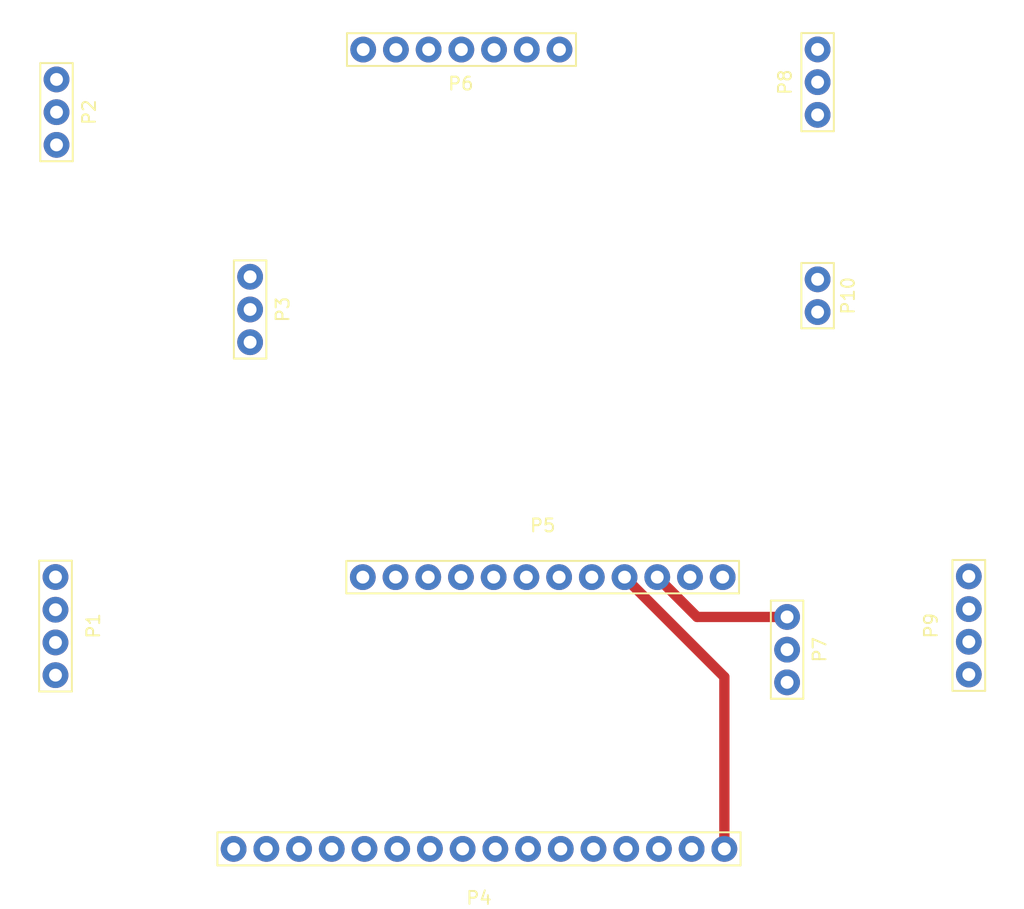
<source format=kicad_pcb>
(kicad_pcb (version 4) (host pcbnew 4.0.5+dfsg1-4)

  (general
    (links 25)
    (no_connects 23)
    (area 0 0 0 0)
    (thickness 1.6)
    (drawings 0)
    (tracks 4)
    (zones 0)
    (modules 10)
    (nets 33)
  )

  (page A4)
  (layers
    (0 F.Cu signal)
    (31 B.Cu signal)
    (32 B.Adhes user)
    (33 F.Adhes user)
    (34 B.Paste user)
    (35 F.Paste user)
    (36 B.SilkS user)
    (37 F.SilkS user)
    (38 B.Mask user)
    (39 F.Mask user)
    (40 Dwgs.User user)
    (41 Cmts.User user)
    (42 Eco1.User user)
    (43 Eco2.User user)
    (44 Edge.Cuts user)
    (45 Margin user)
    (46 B.CrtYd user)
    (47 F.CrtYd user)
    (48 B.Fab user)
    (49 F.Fab user)
  )

  (setup
    (last_trace_width 0.8)
    (trace_clearance 0.2)
    (zone_clearance 0.508)
    (zone_45_only no)
    (trace_min 0.2)
    (segment_width 0.2)
    (edge_width 0.15)
    (via_size 0.6)
    (via_drill 0.4)
    (via_min_size 0.4)
    (via_min_drill 0.3)
    (uvia_size 0.3)
    (uvia_drill 0.1)
    (uvias_allowed no)
    (uvia_min_size 0.2)
    (uvia_min_drill 0.1)
    (pcb_text_width 0.3)
    (pcb_text_size 1.5 1.5)
    (mod_edge_width 0.15)
    (mod_text_size 1 1)
    (mod_text_width 0.15)
    (pad_size 2 2)
    (pad_drill 1)
    (pad_to_mask_clearance 0.2)
    (aux_axis_origin 0 0)
    (visible_elements FFFFFF7F)
    (pcbplotparams
      (layerselection 0x00030_80000001)
      (usegerberextensions false)
      (excludeedgelayer true)
      (linewidth 0.100000)
      (plotframeref false)
      (viasonmask false)
      (mode 1)
      (useauxorigin false)
      (hpglpennumber 1)
      (hpglpenspeed 20)
      (hpglpendiameter 15)
      (hpglpenoverlay 2)
      (psnegative false)
      (psa4output false)
      (plotreference true)
      (plotvalue true)
      (plotinvisibletext false)
      (padsonsilk false)
      (subtractmaskfromsilk false)
      (outputformat 1)
      (mirror false)
      (drillshape 1)
      (scaleselection 1)
      (outputdirectory ""))
  )

  (net 0 "")
  (net 1 "Net-(P1-Pad1)")
  (net 2 "Net-(P1-Pad2)")
  (net 3 "Net-(P1-Pad3)")
  (net 4 "Net-(P1-Pad4)")
  (net 5 "Net-(P2-Pad1)")
  (net 6 "Net-(P2-Pad2)")
  (net 7 "Net-(P2-Pad3)")
  (net 8 "Net-(P3-Pad1)")
  (net 9 "Net-(P3-Pad2)")
  (net 10 "Net-(P4-Pad1)")
  (net 11 "Net-(P4-Pad3)")
  (net 12 "Net-(P4-Pad5)")
  (net 13 "Net-(P4-Pad6)")
  (net 14 "Net-(P4-Pad7)")
  (net 15 "Net-(P4-Pad8)")
  (net 16 "Net-(P4-Pad9)")
  (net 17 "Net-(P4-Pad10)")
  (net 18 "Net-(P4-Pad11)")
  (net 19 "Net-(P4-Pad12)")
  (net 20 "Net-(P4-Pad13)")
  (net 21 "Net-(P4-Pad14)")
  (net 22 "Net-(P4-Pad15)")
  (net 23 "Net-(P4-Pad16)")
  (net 24 "Net-(P5-Pad1)")
  (net 25 "Net-(P5-Pad2)")
  (net 26 "Net-(P5-Pad9)")
  (net 27 "Net-(P5-Pad10)")
  (net 28 "Net-(P5-Pad11)")
  (net 29 "Net-(P5-Pad12)")
  (net 30 "Net-(P7-Pad1)")
  (net 31 "Net-(P7-Pad2)")
  (net 32 "Net-(P5-Pad3)")

  (net_class Default "This is the default net class."
    (clearance 0.2)
    (trace_width 0.8)
    (via_dia 0.6)
    (via_drill 0.4)
    (uvia_dia 0.3)
    (uvia_drill 0.1)
    (add_net "Net-(P1-Pad1)")
    (add_net "Net-(P1-Pad2)")
    (add_net "Net-(P1-Pad3)")
    (add_net "Net-(P1-Pad4)")
    (add_net "Net-(P2-Pad1)")
    (add_net "Net-(P2-Pad2)")
    (add_net "Net-(P2-Pad3)")
    (add_net "Net-(P3-Pad1)")
    (add_net "Net-(P3-Pad2)")
    (add_net "Net-(P4-Pad1)")
    (add_net "Net-(P4-Pad10)")
    (add_net "Net-(P4-Pad11)")
    (add_net "Net-(P4-Pad12)")
    (add_net "Net-(P4-Pad13)")
    (add_net "Net-(P4-Pad14)")
    (add_net "Net-(P4-Pad15)")
    (add_net "Net-(P4-Pad16)")
    (add_net "Net-(P4-Pad3)")
    (add_net "Net-(P4-Pad5)")
    (add_net "Net-(P4-Pad6)")
    (add_net "Net-(P4-Pad7)")
    (add_net "Net-(P4-Pad8)")
    (add_net "Net-(P4-Pad9)")
    (add_net "Net-(P5-Pad1)")
    (add_net "Net-(P5-Pad10)")
    (add_net "Net-(P5-Pad11)")
    (add_net "Net-(P5-Pad12)")
    (add_net "Net-(P5-Pad2)")
    (add_net "Net-(P5-Pad3)")
    (add_net "Net-(P5-Pad9)")
    (add_net "Net-(P7-Pad1)")
    (add_net "Net-(P7-Pad2)")
  )

  (module CONN:CONN_01x04 (layer F.Cu) (tedit 5C0A356D) (tstamp 5C321415)
    (at 105 104.94 90)
    (path /5C098A9A)
    (fp_text reference P1 (at 0.02 2.94 90) (layer F.SilkS)
      (effects (font (size 1 1) (thickness 0.15)))
    )
    (fp_text value CONN_01X04 (at 0.02 -3.46 90) (layer F.Fab)
      (effects (font (size 1 1) (thickness 0.15)))
    )
    (fp_line (start -5.08 -1.27) (end 5.08 -1.27) (layer F.SilkS) (width 0.15))
    (fp_line (start 5.08 -1.27) (end 5.08 1.27) (layer F.SilkS) (width 0.15))
    (fp_line (start 5.08 1.27) (end -5.08 1.27) (layer F.SilkS) (width 0.15))
    (fp_line (start -5.08 1.27) (end -5.08 -1.27) (layer F.SilkS) (width 0.15))
    (pad 1 thru_hole circle (at -3.81 0 90) (size 2 2) (drill 1) (layers *.Cu *.Mask)
      (net 1 "Net-(P1-Pad1)"))
    (pad 2 thru_hole circle (at -1.27 0 90) (size 2 2) (drill 1) (layers *.Cu *.Mask)
      (net 2 "Net-(P1-Pad2)"))
    (pad 3 thru_hole circle (at 1.27 0 90) (size 2 2) (drill 1) (layers *.Cu *.Mask)
      (net 3 "Net-(P1-Pad3)"))
    (pad 4 thru_hole circle (at 3.81 0 90) (size 2 2) (drill 1) (layers *.Cu *.Mask)
      (net 4 "Net-(P1-Pad4)"))
  )

  (module CONN:CONN_01x03 (layer F.Cu) (tedit 5C0A35DB) (tstamp 5C321420)
    (at 105.08 65.04 90)
    (path /5C0989E9)
    (fp_text reference P2 (at 0 2.53 90) (layer F.SilkS)
      (effects (font (size 1 1) (thickness 0.15)))
    )
    (fp_text value CONN_01X03 (at 0 -2.67 90) (layer F.Fab)
      (effects (font (size 1 1) (thickness 0.15)))
    )
    (fp_line (start -3.81 -1.26) (end 3.81 -1.26) (layer F.SilkS) (width 0.15))
    (fp_line (start 3.81 -1.26) (end 3.81 1.26) (layer F.SilkS) (width 0.15))
    (fp_line (start 3.81 1.26) (end -3.81 1.26) (layer F.SilkS) (width 0.15))
    (fp_line (start -3.81 1.26) (end -3.81 -1.26) (layer F.SilkS) (width 0.15))
    (pad 1 thru_hole circle (at -2.54 0 90) (size 2 2) (drill 1) (layers *.Cu *.Mask)
      (net 5 "Net-(P2-Pad1)"))
    (pad 2 thru_hole circle (at 0 0 90) (size 2 2) (drill 1) (layers *.Cu *.Mask)
      (net 6 "Net-(P2-Pad2)"))
    (pad 3 thru_hole circle (at 2.54 0 90) (size 2 2) (drill 1) (layers *.Cu *.Mask)
      (net 7 "Net-(P2-Pad3)"))
  )

  (module CONN:CONN_01x03 (layer F.Cu) (tedit 5C0A35DB) (tstamp 5C32142B)
    (at 120.11 80.36 90)
    (path /5C098EAF)
    (fp_text reference P3 (at 0 2.53 90) (layer F.SilkS)
      (effects (font (size 1 1) (thickness 0.15)))
    )
    (fp_text value CONN_01X03 (at 0 -2.67 90) (layer F.Fab)
      (effects (font (size 1 1) (thickness 0.15)))
    )
    (fp_line (start -3.81 -1.26) (end 3.81 -1.26) (layer F.SilkS) (width 0.15))
    (fp_line (start 3.81 -1.26) (end 3.81 1.26) (layer F.SilkS) (width 0.15))
    (fp_line (start 3.81 1.26) (end -3.81 1.26) (layer F.SilkS) (width 0.15))
    (fp_line (start -3.81 1.26) (end -3.81 -1.26) (layer F.SilkS) (width 0.15))
    (pad 1 thru_hole circle (at -2.54 0 90) (size 2 2) (drill 1) (layers *.Cu *.Mask)
      (net 8 "Net-(P3-Pad1)"))
    (pad 2 thru_hole circle (at 0 0 90) (size 2 2) (drill 1) (layers *.Cu *.Mask)
      (net 9 "Net-(P3-Pad2)"))
    (pad 3 thru_hole circle (at 2.54 0 90) (size 2 2) (drill 1) (layers *.Cu *.Mask)
      (net 6 "Net-(P2-Pad2)"))
  )

  (module CONN:CONN_01x16 (layer F.Cu) (tedit 5C0A31BE) (tstamp 5C321443)
    (at 137.88 122.24)
    (path /5C0977F2)
    (fp_text reference P4 (at 0 3.81) (layer F.SilkS)
      (effects (font (size 1 1) (thickness 0.15)))
    )
    (fp_text value CONN_01X16 (at 0 -3.81) (layer F.Fab)
      (effects (font (size 1 1) (thickness 0.15)))
    )
    (fp_line (start -20.31 -1.29) (end 20.31 -1.29) (layer F.SilkS) (width 0.15))
    (fp_line (start 20.31 -1.29) (end 20.31 1.28) (layer F.SilkS) (width 0.15))
    (fp_line (start 20.31 1.28) (end -20.31 1.28) (layer F.SilkS) (width 0.15))
    (fp_line (start -20.31 1.28) (end -20.31 -1.23) (layer F.SilkS) (width 0.15))
    (pad 1 thru_hole circle (at -19.05 0) (size 2 2) (drill 1) (layers *.Cu *.Mask)
      (net 10 "Net-(P4-Pad1)"))
    (pad 2 thru_hole circle (at -16.51 0) (size 2 2) (drill 1) (layers *.Cu *.Mask)
      (net 6 "Net-(P2-Pad2)"))
    (pad 3 thru_hole circle (at -13.97 0) (size 2 2) (drill 1) (layers *.Cu *.Mask)
      (net 11 "Net-(P4-Pad3)"))
    (pad 4 thru_hole circle (at -11.43 0) (size 2 2) (drill 1) (layers *.Cu *.Mask)
      (net 5 "Net-(P2-Pad1)"))
    (pad 5 thru_hole circle (at -8.89 0) (size 2 2) (drill 1) (layers *.Cu *.Mask)
      (net 12 "Net-(P4-Pad5)"))
    (pad 6 thru_hole circle (at -6.35 0) (size 2 2) (drill 1) (layers *.Cu *.Mask)
      (net 13 "Net-(P4-Pad6)"))
    (pad 7 thru_hole circle (at -3.81 0) (size 2 2) (drill 1) (layers *.Cu *.Mask)
      (net 14 "Net-(P4-Pad7)"))
    (pad 8 thru_hole circle (at -1.27 0) (size 2 2) (drill 1) (layers *.Cu *.Mask)
      (net 15 "Net-(P4-Pad8)"))
    (pad 9 thru_hole circle (at 1.27 0) (size 2 2) (drill 1) (layers *.Cu *.Mask)
      (net 16 "Net-(P4-Pad9)"))
    (pad 10 thru_hole circle (at 3.81 0) (size 2 2) (drill 1) (layers *.Cu *.Mask)
      (net 17 "Net-(P4-Pad10)"))
    (pad 11 thru_hole circle (at 6.35 0) (size 2 2) (drill 1) (layers *.Cu *.Mask)
      (net 18 "Net-(P4-Pad11)"))
    (pad 12 thru_hole circle (at 8.89 0) (size 2 2) (drill 1) (layers *.Cu *.Mask)
      (net 19 "Net-(P4-Pad12)"))
    (pad 13 thru_hole circle (at 11.43 0) (size 2 2) (drill 1) (layers *.Cu *.Mask)
      (net 20 "Net-(P4-Pad13)"))
    (pad 14 thru_hole circle (at 13.97 0) (size 2 2) (drill 1) (layers *.Cu *.Mask)
      (net 21 "Net-(P4-Pad14)"))
    (pad 15 thru_hole circle (at 16.51 0) (size 2 2) (drill 1) (layers *.Cu *.Mask)
      (net 22 "Net-(P4-Pad15)"))
    (pad 16 thru_hole circle (at 19.05 0) (size 2 2) (drill 1) (layers *.Cu *.Mask)
      (net 23 "Net-(P4-Pad16)"))
  )

  (module CONN:CONN_01x12 (layer F.Cu) (tedit 5C0A339A) (tstamp 5C321457)
    (at 142.83 101.14 180)
    (path /5C09791A)
    (fp_text reference P5 (at 0 4.01 180) (layer F.SilkS)
      (effects (font (size 1 1) (thickness 0.15)))
    )
    (fp_text value CONN_01X12 (at 0.03 -3.86 180) (layer F.Fab)
      (effects (font (size 1 1) (thickness 0.15)))
    )
    (fp_line (start -15.23 -1.26) (end 15.25 -1.26) (layer F.SilkS) (width 0.15))
    (fp_line (start 15.25 -1.26) (end 15.25 1.26) (layer F.SilkS) (width 0.15))
    (fp_line (start 15.25 1.26) (end -15.23 1.26) (layer F.SilkS) (width 0.15))
    (fp_line (start -15.24 1.27) (end -15.24 -1.27) (layer F.SilkS) (width 0.15))
    (pad 1 thru_hole circle (at -13.97 0 180) (size 2 2) (drill 1) (layers *.Cu *.Mask)
      (net 24 "Net-(P5-Pad1)"))
    (pad 2 thru_hole circle (at -11.43 0 180) (size 2 2) (drill 1) (layers *.Cu *.Mask)
      (net 25 "Net-(P5-Pad2)"))
    (pad 3 thru_hole circle (at -8.89 0 180) (size 2 2) (drill 1) (layers *.Cu *.Mask)
      (net 32 "Net-(P5-Pad3)"))
    (pad 4 thru_hole circle (at -6.35 0 180) (size 2 2) (drill 1) (layers *.Cu *.Mask)
      (net 23 "Net-(P4-Pad16)"))
    (pad 5 thru_hole circle (at -3.81 0 180) (size 2 2) (drill 1) (layers *.Cu *.Mask)
      (net 7 "Net-(P2-Pad3)"))
    (pad 6 thru_hole circle (at -1.27 0 180) (size 2 2) (drill 1) (layers *.Cu *.Mask)
      (net 3 "Net-(P1-Pad3)"))
    (pad 7 thru_hole circle (at 1.27 0 180) (size 2 2) (drill 1) (layers *.Cu *.Mask)
      (net 2 "Net-(P1-Pad2)"))
    (pad 8 thru_hole circle (at 3.81 0 180) (size 2 2) (drill 1) (layers *.Cu *.Mask)
      (net 8 "Net-(P3-Pad1)"))
    (pad 9 thru_hole circle (at 6.35 0 180) (size 2 2) (drill 1) (layers *.Cu *.Mask)
      (net 26 "Net-(P5-Pad9)"))
    (pad 10 thru_hole circle (at 8.89 0 180) (size 2 2) (drill 1) (layers *.Cu *.Mask)
      (net 27 "Net-(P5-Pad10)"))
    (pad 11 thru_hole circle (at 11.43 0 180) (size 2 2) (drill 1) (layers *.Cu *.Mask)
      (net 28 "Net-(P5-Pad11)"))
    (pad 12 thru_hole circle (at 13.97 0 180) (size 2 2) (drill 1) (layers *.Cu *.Mask)
      (net 29 "Net-(P5-Pad12)"))
  )

  (module CONN:CONN_01x07 (layer F.Cu) (tedit 5C0A34B1) (tstamp 5C321466)
    (at 136.51 60.18)
    (path /5C098828)
    (fp_text reference P6 (at -0.04 2.65) (layer F.SilkS)
      (effects (font (size 1 1) (thickness 0.15)))
    )
    (fp_text value CONN_01X07 (at 0 -3) (layer F.Fab)
      (effects (font (size 1 1) (thickness 0.15)))
    )
    (fp_line (start -8.88 -1.27) (end 8.9 -1.27) (layer F.SilkS) (width 0.15))
    (fp_line (start 8.9 -1.27) (end 8.9 1.27) (layer F.SilkS) (width 0.15))
    (fp_line (start 8.9 1.27) (end -8.88 1.27) (layer F.SilkS) (width 0.15))
    (fp_line (start -8.88 1.27) (end -8.88 -1.27) (layer F.SilkS) (width 0.15))
    (pad 1 thru_hole circle (at -7.62 0) (size 2 2) (drill 1) (layers *.Cu *.Mask)
      (net 5 "Net-(P2-Pad1)"))
    (pad 2 thru_hole circle (at -5.08 0) (size 2 2) (drill 1) (layers *.Cu *.Mask)
      (net 6 "Net-(P2-Pad2)"))
    (pad 3 thru_hole circle (at -2.54 0) (size 2 2) (drill 1) (layers *.Cu *.Mask)
      (net 25 "Net-(P5-Pad2)"))
    (pad 4 thru_hole circle (at 0 0) (size 2 2) (drill 1) (layers *.Cu *.Mask)
      (net 24 "Net-(P5-Pad1)"))
    (pad 5 thru_hole circle (at 2.54 0) (size 2 2) (drill 1) (layers *.Cu *.Mask)
      (net 22 "Net-(P4-Pad15)"))
    (pad 6 thru_hole circle (at 5.08 0) (size 2 2) (drill 1) (layers *.Cu *.Mask)
      (net 21 "Net-(P4-Pad14)"))
    (pad 7 thru_hole circle (at 7.62 0) (size 2 2) (drill 1) (layers *.Cu *.Mask)
      (net 20 "Net-(P4-Pad13)"))
  )

  (module CONN:CONN_01x03 (layer F.Cu) (tedit 5C0A35DB) (tstamp 5C321471)
    (at 161.8 106.77 90)
    (path /5C09A786)
    (fp_text reference P7 (at 0 2.53 90) (layer F.SilkS)
      (effects (font (size 1 1) (thickness 0.15)))
    )
    (fp_text value CONN_01X03 (at 0 -2.67 90) (layer F.Fab)
      (effects (font (size 1 1) (thickness 0.15)))
    )
    (fp_line (start -3.81 -1.26) (end 3.81 -1.26) (layer F.SilkS) (width 0.15))
    (fp_line (start 3.81 -1.26) (end 3.81 1.26) (layer F.SilkS) (width 0.15))
    (fp_line (start 3.81 1.26) (end -3.81 1.26) (layer F.SilkS) (width 0.15))
    (fp_line (start -3.81 1.26) (end -3.81 -1.26) (layer F.SilkS) (width 0.15))
    (pad 1 thru_hole circle (at -2.54 0 90) (size 2 2) (drill 1) (layers *.Cu *.Mask)
      (net 30 "Net-(P7-Pad1)"))
    (pad 2 thru_hole circle (at 0 0 90) (size 2 2) (drill 1) (layers *.Cu *.Mask)
      (net 31 "Net-(P7-Pad2)"))
    (pad 3 thru_hole circle (at 2.54 0 90) (size 2 2) (drill 1) (layers *.Cu *.Mask)
      (net 32 "Net-(P5-Pad3)"))
  )

  (module CONN:CONN_01x03 (layer F.Cu) (tedit 5C0A35DB) (tstamp 5C32147C)
    (at 164.17 62.71 270)
    (path /5C09896E)
    (fp_text reference P8 (at 0 2.53 270) (layer F.SilkS)
      (effects (font (size 1 1) (thickness 0.15)))
    )
    (fp_text value CONN_01X03 (at 0 -2.67 270) (layer F.Fab)
      (effects (font (size 1 1) (thickness 0.15)))
    )
    (fp_line (start -3.81 -1.26) (end 3.81 -1.26) (layer F.SilkS) (width 0.15))
    (fp_line (start 3.81 -1.26) (end 3.81 1.26) (layer F.SilkS) (width 0.15))
    (fp_line (start 3.81 1.26) (end -3.81 1.26) (layer F.SilkS) (width 0.15))
    (fp_line (start -3.81 1.26) (end -3.81 -1.26) (layer F.SilkS) (width 0.15))
    (pad 1 thru_hole circle (at -2.54 0 270) (size 2 2) (drill 1) (layers *.Cu *.Mask)
      (net 5 "Net-(P2-Pad1)"))
    (pad 2 thru_hole circle (at 0 0 270) (size 2 2) (drill 1) (layers *.Cu *.Mask)
      (net 6 "Net-(P2-Pad2)"))
    (pad 3 thru_hole circle (at 2.54 0 270) (size 2 2) (drill 1) (layers *.Cu *.Mask)
      (net 12 "Net-(P4-Pad5)"))
  )

  (module CONN:CONN_01x04 (layer F.Cu) (tedit 5C0A356D) (tstamp 5C321488)
    (at 175.91 104.89 270)
    (path /5C098B3F)
    (fp_text reference P9 (at 0.02 2.94 270) (layer F.SilkS)
      (effects (font (size 1 1) (thickness 0.15)))
    )
    (fp_text value CONN_01X04 (at 0.02 -3.46 270) (layer F.Fab)
      (effects (font (size 1 1) (thickness 0.15)))
    )
    (fp_line (start -5.08 -1.27) (end 5.08 -1.27) (layer F.SilkS) (width 0.15))
    (fp_line (start 5.08 -1.27) (end 5.08 1.27) (layer F.SilkS) (width 0.15))
    (fp_line (start 5.08 1.27) (end -5.08 1.27) (layer F.SilkS) (width 0.15))
    (fp_line (start -5.08 1.27) (end -5.08 -1.27) (layer F.SilkS) (width 0.15))
    (pad 1 thru_hole circle (at -3.81 0 270) (size 2 2) (drill 1) (layers *.Cu *.Mask)
      (net 1 "Net-(P1-Pad1)"))
    (pad 2 thru_hole circle (at -1.27 0 270) (size 2 2) (drill 1) (layers *.Cu *.Mask)
      (net 19 "Net-(P4-Pad12)"))
    (pad 3 thru_hole circle (at 1.27 0 270) (size 2 2) (drill 1) (layers *.Cu *.Mask)
      (net 18 "Net-(P4-Pad11)"))
    (pad 4 thru_hole circle (at 3.81 0 270) (size 2 2) (drill 1) (layers *.Cu *.Mask)
      (net 4 "Net-(P1-Pad4)"))
  )

  (module CONN:CONN_01x02 (layer F.Cu) (tedit 5C0A3F17) (tstamp 5C321492)
    (at 164.17 79.29 90)
    (path /5C0997BB)
    (fp_text reference P10 (at 0 2.36 90) (layer F.SilkS)
      (effects (font (size 1 1) (thickness 0.15)))
    )
    (fp_text value CONN_01X02 (at 0 -2.56 90) (layer F.Fab)
      (effects (font (size 1 1) (thickness 0.15)))
    )
    (fp_line (start -2.53 -1.26) (end 2.54 -1.26) (layer F.SilkS) (width 0.15))
    (fp_line (start 2.54 -1.26) (end 2.54 1.26) (layer F.SilkS) (width 0.15))
    (fp_line (start 2.54 1.26) (end -2.53 1.26) (layer F.SilkS) (width 0.15))
    (fp_line (start -2.53 1.26) (end -2.53 -1.26) (layer F.SilkS) (width 0.15))
    (pad 1 thru_hole circle (at -1.27 0 90) (size 2 2) (drill 1) (layers *.Cu *.Mask)
      (net 4 "Net-(P1-Pad4)"))
    (pad 2 thru_hole circle (at 1.27 0 90) (size 2 2) (drill 1) (layers *.Cu *.Mask)
      (net 1 "Net-(P1-Pad1)"))
  )

  (segment (start 156.93 122.24) (end 156.93 108.89) (width 0.8) (layer F.Cu) (net 23))
  (segment (start 156.93 108.89) (end 149.18 101.14) (width 0.8) (layer F.Cu) (net 23) (tstamp 5C3217D3))
  (segment (start 161.8 104.23) (end 154.81 104.23) (width 0.8) (layer F.Cu) (net 32))
  (segment (start 154.81 104.23) (end 151.72 101.14) (width 0.8) (layer F.Cu) (net 32) (tstamp 5C3217D0))

)

</source>
